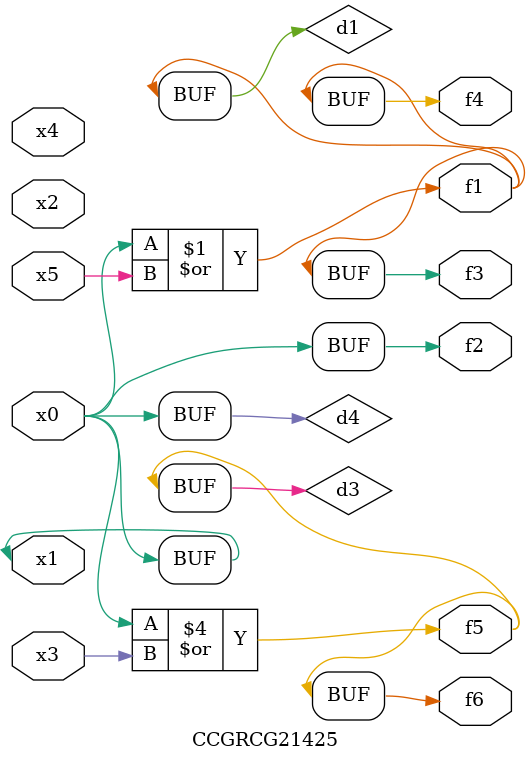
<source format=v>
module CCGRCG21425(
	input x0, x1, x2, x3, x4, x5,
	output f1, f2, f3, f4, f5, f6
);

	wire d1, d2, d3, d4;

	or (d1, x0, x5);
	xnor (d2, x1, x4);
	or (d3, x0, x3);
	buf (d4, x0, x1);
	assign f1 = d1;
	assign f2 = d4;
	assign f3 = d1;
	assign f4 = d1;
	assign f5 = d3;
	assign f6 = d3;
endmodule

</source>
